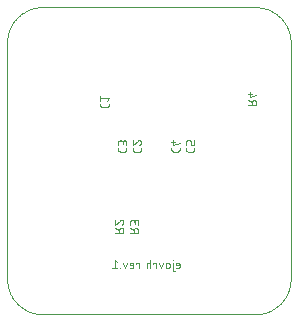
<source format=gbo>
G04 EAGLE Gerber RS-274X export*
G75*
%MOMM*%
%FSLAX35Y35*%
%LPD*%
%INsilk_bottom*%
%IPPOS*%
%AMOC8*
5,1,8,0,0,1.08239X$1,22.5*%
G01*
%ADD10C,0.010000*%
%ADD11C,0.050800*%


D10*
X2100000Y0D02*
X300000Y0D01*
X292751Y88D01*
X285506Y350D01*
X278270Y788D01*
X271046Y1401D01*
X263839Y2187D01*
X256653Y3148D01*
X249493Y4282D01*
X242362Y5589D01*
X235265Y7068D01*
X228205Y8717D01*
X221188Y10537D01*
X214216Y12526D01*
X207295Y14683D01*
X200428Y17006D01*
X193619Y19495D01*
X186872Y22148D01*
X180191Y24962D01*
X173580Y27938D01*
X167043Y31072D01*
X160583Y34363D01*
X154205Y37810D01*
X147912Y41409D01*
X141708Y45160D01*
X135596Y49059D01*
X129581Y53105D01*
X123664Y57295D01*
X117851Y61627D01*
X112144Y66098D01*
X106547Y70705D01*
X101063Y75447D01*
X95695Y80319D01*
X90447Y85320D01*
X85320Y90447D01*
X80319Y95695D01*
X75447Y101063D01*
X70705Y106547D01*
X66098Y112144D01*
X61627Y117851D01*
X57295Y123664D01*
X53105Y129581D01*
X49059Y135596D01*
X45160Y141708D01*
X41409Y147912D01*
X37810Y154205D01*
X34363Y160583D01*
X31072Y167043D01*
X27938Y173580D01*
X24962Y180191D01*
X22148Y186872D01*
X19495Y193619D01*
X17006Y200428D01*
X14683Y207295D01*
X12526Y214216D01*
X10537Y221188D01*
X8717Y228205D01*
X7068Y235265D01*
X5589Y242362D01*
X4282Y249493D01*
X3148Y256653D01*
X2187Y263839D01*
X1401Y271046D01*
X788Y278270D01*
X350Y285506D01*
X88Y292751D01*
X0Y300000D01*
X0Y2300000D01*
X88Y2307249D01*
X350Y2314494D01*
X788Y2321730D01*
X1401Y2328954D01*
X2187Y2336161D01*
X3148Y2343347D01*
X4282Y2350507D01*
X5589Y2357638D01*
X7068Y2364735D01*
X8717Y2371795D01*
X10537Y2378812D01*
X12526Y2385784D01*
X14683Y2392705D01*
X17006Y2399572D01*
X19495Y2406381D01*
X22148Y2413128D01*
X24962Y2419809D01*
X27938Y2426420D01*
X31072Y2432957D01*
X34363Y2439417D01*
X37810Y2445795D01*
X41409Y2452088D01*
X45160Y2458292D01*
X49059Y2464404D01*
X53105Y2470419D01*
X57295Y2476336D01*
X61627Y2482149D01*
X66098Y2487856D01*
X70705Y2493453D01*
X75447Y2498937D01*
X80319Y2504305D01*
X85320Y2509553D01*
X90447Y2514680D01*
X95695Y2519681D01*
X101063Y2524553D01*
X106547Y2529295D01*
X112144Y2533902D01*
X117851Y2538373D01*
X123664Y2542705D01*
X129581Y2546895D01*
X135596Y2550941D01*
X141708Y2554840D01*
X147912Y2558591D01*
X154205Y2562190D01*
X160583Y2565637D01*
X167043Y2568928D01*
X173580Y2572062D01*
X180191Y2575038D01*
X186872Y2577852D01*
X193619Y2580505D01*
X200428Y2582994D01*
X207295Y2585317D01*
X214216Y2587474D01*
X221188Y2589463D01*
X228205Y2591283D01*
X235265Y2592932D01*
X242362Y2594411D01*
X249493Y2595718D01*
X256653Y2596852D01*
X263839Y2597813D01*
X271046Y2598599D01*
X278270Y2599212D01*
X285506Y2599650D01*
X292751Y2599912D01*
X300000Y2600000D01*
X2100000Y2600000D01*
X2107249Y2599912D01*
X2114494Y2599650D01*
X2121730Y2599212D01*
X2128954Y2598599D01*
X2136161Y2597813D01*
X2143347Y2596852D01*
X2150507Y2595718D01*
X2157638Y2594411D01*
X2164735Y2592932D01*
X2171795Y2591283D01*
X2178812Y2589463D01*
X2185784Y2587474D01*
X2192705Y2585317D01*
X2199572Y2582994D01*
X2206381Y2580505D01*
X2213128Y2577852D01*
X2219809Y2575038D01*
X2226420Y2572062D01*
X2232957Y2568928D01*
X2239417Y2565637D01*
X2245795Y2562190D01*
X2252088Y2558591D01*
X2258292Y2554840D01*
X2264404Y2550941D01*
X2270419Y2546895D01*
X2276336Y2542705D01*
X2282149Y2538373D01*
X2287856Y2533902D01*
X2293453Y2529295D01*
X2298937Y2524553D01*
X2304305Y2519681D01*
X2309553Y2514680D01*
X2314680Y2509553D01*
X2319681Y2504305D01*
X2324553Y2498937D01*
X2329295Y2493453D01*
X2333902Y2487856D01*
X2338373Y2482149D01*
X2342705Y2476336D01*
X2346895Y2470419D01*
X2350941Y2464404D01*
X2354840Y2458292D01*
X2358591Y2452088D01*
X2362190Y2445795D01*
X2365637Y2439417D01*
X2368928Y2432957D01*
X2372062Y2426420D01*
X2375038Y2419809D01*
X2377852Y2413128D01*
X2380505Y2406381D01*
X2382994Y2399572D01*
X2385317Y2392705D01*
X2387474Y2385784D01*
X2389463Y2378812D01*
X2391283Y2371795D01*
X2392932Y2364735D01*
X2394411Y2357638D01*
X2395718Y2350507D01*
X2396852Y2343347D01*
X2397813Y2336161D01*
X2398599Y2328954D01*
X2399212Y2321730D01*
X2399650Y2314494D01*
X2399912Y2307249D01*
X2400000Y2300000D01*
X2400000Y300000D01*
X2399912Y292751D01*
X2399650Y285506D01*
X2399212Y278270D01*
X2398599Y271046D01*
X2397813Y263839D01*
X2396852Y256653D01*
X2395718Y249493D01*
X2394411Y242362D01*
X2392932Y235265D01*
X2391283Y228205D01*
X2389463Y221188D01*
X2387474Y214216D01*
X2385317Y207295D01*
X2382994Y200428D01*
X2380505Y193619D01*
X2377852Y186872D01*
X2375038Y180191D01*
X2372062Y173580D01*
X2368928Y167043D01*
X2365637Y160583D01*
X2362190Y154205D01*
X2358591Y147912D01*
X2354840Y141708D01*
X2350941Y135596D01*
X2346895Y129581D01*
X2342705Y123664D01*
X2338373Y117851D01*
X2333902Y112144D01*
X2329295Y106547D01*
X2324553Y101063D01*
X2319681Y95695D01*
X2314680Y90447D01*
X2309553Y85320D01*
X2304305Y80319D01*
X2298937Y75447D01*
X2293453Y70705D01*
X2287856Y66098D01*
X2282149Y61627D01*
X2276336Y57295D01*
X2270419Y53105D01*
X2264404Y49059D01*
X2258292Y45160D01*
X2252088Y41409D01*
X2245795Y37810D01*
X2239417Y34363D01*
X2232957Y31072D01*
X2226420Y27938D01*
X2219809Y24962D01*
X2213128Y22148D01*
X2206381Y19495D01*
X2199572Y17006D01*
X2192705Y14683D01*
X2185784Y12526D01*
X2178812Y10537D01*
X2171795Y8717D01*
X2164735Y7068D01*
X2157638Y5589D01*
X2150507Y4282D01*
X2143347Y3148D01*
X2136161Y2187D01*
X2128954Y1401D01*
X2121730Y788D01*
X2114494Y350D01*
X2107249Y88D01*
X2100000Y0D01*
D11*
X1448575Y390040D02*
X1429153Y390040D01*
X1448575Y390040D02*
X1448857Y390043D01*
X1449138Y390054D01*
X1449419Y390071D01*
X1449700Y390094D01*
X1449980Y390125D01*
X1450259Y390162D01*
X1450537Y390206D01*
X1450814Y390257D01*
X1451090Y390315D01*
X1451364Y390379D01*
X1451636Y390449D01*
X1451907Y390527D01*
X1452176Y390610D01*
X1452443Y390701D01*
X1452707Y390797D01*
X1452969Y390900D01*
X1453229Y391010D01*
X1453486Y391125D01*
X1453740Y391247D01*
X1453990Y391375D01*
X1454238Y391509D01*
X1454483Y391648D01*
X1454724Y391794D01*
X1454961Y391946D01*
X1455195Y392103D01*
X1455424Y392266D01*
X1455650Y392434D01*
X1455872Y392607D01*
X1456089Y392786D01*
X1456302Y392971D01*
X1456511Y393160D01*
X1456715Y393354D01*
X1456914Y393553D01*
X1457108Y393757D01*
X1457297Y393966D01*
X1457482Y394179D01*
X1457661Y394396D01*
X1457834Y394618D01*
X1458002Y394844D01*
X1458165Y395073D01*
X1458322Y395307D01*
X1458474Y395544D01*
X1458620Y395785D01*
X1458759Y396030D01*
X1458893Y396278D01*
X1459021Y396528D01*
X1459143Y396782D01*
X1459258Y397039D01*
X1459368Y397299D01*
X1459471Y397561D01*
X1459567Y397825D01*
X1459658Y398092D01*
X1459741Y398361D01*
X1459819Y398632D01*
X1459889Y398904D01*
X1459953Y399178D01*
X1460011Y399454D01*
X1460062Y399731D01*
X1460106Y400009D01*
X1460143Y400288D01*
X1460174Y400568D01*
X1460197Y400849D01*
X1460214Y401130D01*
X1460225Y401411D01*
X1460228Y401693D01*
X1460228Y421115D01*
X1460229Y421115D02*
X1460224Y421493D01*
X1460211Y421872D01*
X1460188Y422249D01*
X1460155Y422626D01*
X1460114Y423002D01*
X1460063Y423377D01*
X1460004Y423751D01*
X1459935Y424123D01*
X1459857Y424493D01*
X1459771Y424862D01*
X1459675Y425228D01*
X1459570Y425591D01*
X1459457Y425952D01*
X1459335Y426311D01*
X1459204Y426666D01*
X1459064Y427017D01*
X1458916Y427366D01*
X1458760Y427710D01*
X1458595Y428051D01*
X1458422Y428387D01*
X1458241Y428720D01*
X1458052Y429047D01*
X1457855Y429370D01*
X1457650Y429688D01*
X1457437Y430001D01*
X1457217Y430309D01*
X1456989Y430611D01*
X1456754Y430908D01*
X1456512Y431199D01*
X1456263Y431484D01*
X1456007Y431763D01*
X1455745Y432035D01*
X1455476Y432301D01*
X1455200Y432560D01*
X1454918Y432813D01*
X1454630Y433058D01*
X1454336Y433297D01*
X1454037Y433528D01*
X1453732Y433752D01*
X1453422Y433968D01*
X1453106Y434177D01*
X1452785Y434378D01*
X1452460Y434571D01*
X1452130Y434756D01*
X1451796Y434934D01*
X1451457Y435103D01*
X1451114Y435263D01*
X1450768Y435415D01*
X1450418Y435559D01*
X1450065Y435694D01*
X1449708Y435821D01*
X1449348Y435939D01*
X1448986Y436048D01*
X1448621Y436148D01*
X1448254Y436239D01*
X1447885Y436321D01*
X1447513Y436395D01*
X1447140Y436459D01*
X1446766Y436514D01*
X1446390Y436560D01*
X1446014Y436597D01*
X1445636Y436624D01*
X1445258Y436643D01*
X1444880Y436652D01*
X1444502Y436652D01*
X1444124Y436643D01*
X1443746Y436624D01*
X1443368Y436597D01*
X1442992Y436560D01*
X1442616Y436514D01*
X1442242Y436459D01*
X1441869Y436395D01*
X1441497Y436321D01*
X1441128Y436239D01*
X1440761Y436148D01*
X1440396Y436048D01*
X1440034Y435939D01*
X1439674Y435821D01*
X1439317Y435694D01*
X1438964Y435559D01*
X1438614Y435415D01*
X1438268Y435263D01*
X1437925Y435103D01*
X1437586Y434934D01*
X1437252Y434756D01*
X1436922Y434571D01*
X1436597Y434378D01*
X1436276Y434177D01*
X1435960Y433968D01*
X1435650Y433752D01*
X1435345Y433528D01*
X1435046Y433297D01*
X1434752Y433058D01*
X1434464Y432813D01*
X1434182Y432560D01*
X1433906Y432301D01*
X1433637Y432035D01*
X1433375Y431763D01*
X1433119Y431484D01*
X1432870Y431199D01*
X1432628Y430908D01*
X1432393Y430611D01*
X1432165Y430309D01*
X1431945Y430001D01*
X1431732Y429688D01*
X1431527Y429370D01*
X1431330Y429047D01*
X1431141Y428720D01*
X1430960Y428387D01*
X1430787Y428051D01*
X1430622Y427710D01*
X1430466Y427366D01*
X1430318Y427017D01*
X1430178Y426666D01*
X1430047Y426311D01*
X1429925Y425952D01*
X1429812Y425591D01*
X1429707Y425228D01*
X1429611Y424862D01*
X1429525Y424493D01*
X1429447Y424123D01*
X1429378Y423751D01*
X1429319Y423377D01*
X1429268Y423002D01*
X1429227Y422626D01*
X1429194Y422249D01*
X1429171Y421872D01*
X1429158Y421493D01*
X1429153Y421115D01*
X1429153Y413347D01*
X1460228Y413347D01*
X1403018Y436653D02*
X1403018Y378387D01*
X1403022Y378101D01*
X1403032Y377815D01*
X1403050Y377530D01*
X1403074Y377245D01*
X1403106Y376960D01*
X1403144Y376677D01*
X1403190Y376395D01*
X1403242Y376113D01*
X1403301Y375834D01*
X1403367Y375555D01*
X1403440Y375279D01*
X1403520Y375004D01*
X1403606Y374731D01*
X1403699Y374461D01*
X1403799Y374193D01*
X1403905Y373927D01*
X1404018Y373664D01*
X1404137Y373404D01*
X1404262Y373147D01*
X1404394Y372894D01*
X1404532Y372643D01*
X1404676Y372396D01*
X1404826Y372152D01*
X1404982Y371913D01*
X1405144Y371677D01*
X1405311Y371445D01*
X1405484Y371217D01*
X1405663Y370994D01*
X1405847Y370775D01*
X1406037Y370561D01*
X1406231Y370351D01*
X1406431Y370147D01*
X1406636Y369947D01*
X1406845Y369752D01*
X1407060Y369563D01*
X1407279Y369379D01*
X1407502Y369200D01*
X1407729Y369027D01*
X1407961Y368859D01*
X1408197Y368697D01*
X1408437Y368541D01*
X1408680Y368391D01*
X1408927Y368247D01*
X1409178Y368109D01*
X1409432Y367978D01*
X1409689Y367852D01*
X1409949Y367733D01*
X1410212Y367620D01*
X1410477Y367514D01*
X1410745Y367414D01*
X1411016Y367321D01*
X1411289Y367235D01*
X1411563Y367155D01*
X1411840Y367082D01*
X1412118Y367016D01*
X1412398Y366957D01*
X1412679Y366905D01*
X1412961Y366859D01*
X1413245Y366821D01*
X1413529Y366789D01*
X1413814Y366765D01*
X1414100Y366747D01*
X1414385Y366737D01*
X1414671Y366733D01*
X1414672Y366733D02*
X1418556Y366733D01*
X1404961Y456075D02*
X1404961Y459960D01*
X1401076Y459960D01*
X1401076Y456075D01*
X1404961Y456075D01*
X1374729Y421115D02*
X1374729Y405578D01*
X1374729Y421115D02*
X1374724Y421493D01*
X1374711Y421872D01*
X1374688Y422249D01*
X1374655Y422626D01*
X1374614Y423002D01*
X1374563Y423377D01*
X1374504Y423751D01*
X1374435Y424123D01*
X1374357Y424493D01*
X1374271Y424862D01*
X1374175Y425228D01*
X1374070Y425591D01*
X1373957Y425952D01*
X1373835Y426311D01*
X1373704Y426666D01*
X1373564Y427017D01*
X1373416Y427366D01*
X1373260Y427710D01*
X1373095Y428051D01*
X1372922Y428387D01*
X1372741Y428720D01*
X1372552Y429047D01*
X1372355Y429370D01*
X1372150Y429688D01*
X1371937Y430001D01*
X1371717Y430309D01*
X1371489Y430611D01*
X1371254Y430908D01*
X1371012Y431199D01*
X1370763Y431484D01*
X1370507Y431763D01*
X1370245Y432035D01*
X1369976Y432301D01*
X1369700Y432560D01*
X1369418Y432813D01*
X1369130Y433058D01*
X1368836Y433297D01*
X1368537Y433528D01*
X1368232Y433752D01*
X1367922Y433968D01*
X1367606Y434177D01*
X1367285Y434378D01*
X1366960Y434571D01*
X1366630Y434756D01*
X1366296Y434934D01*
X1365957Y435103D01*
X1365614Y435263D01*
X1365268Y435415D01*
X1364918Y435559D01*
X1364565Y435694D01*
X1364208Y435821D01*
X1363848Y435939D01*
X1363486Y436048D01*
X1363121Y436148D01*
X1362754Y436239D01*
X1362385Y436321D01*
X1362013Y436395D01*
X1361640Y436459D01*
X1361266Y436514D01*
X1360890Y436560D01*
X1360514Y436597D01*
X1360136Y436624D01*
X1359758Y436643D01*
X1359380Y436652D01*
X1359002Y436652D01*
X1358624Y436643D01*
X1358246Y436624D01*
X1357868Y436597D01*
X1357492Y436560D01*
X1357116Y436514D01*
X1356742Y436459D01*
X1356369Y436395D01*
X1355997Y436321D01*
X1355628Y436239D01*
X1355261Y436148D01*
X1354896Y436048D01*
X1354534Y435939D01*
X1354174Y435821D01*
X1353817Y435694D01*
X1353464Y435559D01*
X1353114Y435415D01*
X1352768Y435263D01*
X1352425Y435103D01*
X1352086Y434934D01*
X1351752Y434756D01*
X1351422Y434571D01*
X1351097Y434378D01*
X1350776Y434177D01*
X1350460Y433968D01*
X1350150Y433752D01*
X1349845Y433528D01*
X1349546Y433297D01*
X1349252Y433058D01*
X1348964Y432813D01*
X1348682Y432560D01*
X1348406Y432301D01*
X1348137Y432035D01*
X1347875Y431763D01*
X1347619Y431484D01*
X1347370Y431199D01*
X1347128Y430908D01*
X1346893Y430611D01*
X1346665Y430309D01*
X1346445Y430001D01*
X1346232Y429688D01*
X1346027Y429370D01*
X1345830Y429047D01*
X1345641Y428720D01*
X1345460Y428387D01*
X1345287Y428051D01*
X1345122Y427710D01*
X1344966Y427366D01*
X1344818Y427017D01*
X1344678Y426666D01*
X1344547Y426311D01*
X1344425Y425952D01*
X1344312Y425591D01*
X1344207Y425228D01*
X1344111Y424862D01*
X1344025Y424493D01*
X1343947Y424123D01*
X1343878Y423751D01*
X1343819Y423377D01*
X1343768Y423002D01*
X1343727Y422626D01*
X1343694Y422249D01*
X1343671Y421872D01*
X1343658Y421493D01*
X1343653Y421115D01*
X1343653Y405578D01*
X1343658Y405200D01*
X1343671Y404821D01*
X1343694Y404444D01*
X1343727Y404067D01*
X1343768Y403691D01*
X1343819Y403316D01*
X1343878Y402942D01*
X1343947Y402570D01*
X1344025Y402200D01*
X1344111Y401831D01*
X1344207Y401465D01*
X1344312Y401102D01*
X1344425Y400741D01*
X1344547Y400382D01*
X1344678Y400027D01*
X1344818Y399676D01*
X1344966Y399327D01*
X1345122Y398983D01*
X1345287Y398642D01*
X1345460Y398306D01*
X1345641Y397973D01*
X1345830Y397646D01*
X1346027Y397323D01*
X1346232Y397005D01*
X1346445Y396692D01*
X1346665Y396384D01*
X1346893Y396082D01*
X1347128Y395785D01*
X1347370Y395494D01*
X1347619Y395209D01*
X1347875Y394930D01*
X1348137Y394658D01*
X1348406Y394392D01*
X1348682Y394133D01*
X1348964Y393880D01*
X1349252Y393635D01*
X1349546Y393396D01*
X1349845Y393165D01*
X1350150Y392941D01*
X1350460Y392725D01*
X1350776Y392516D01*
X1351097Y392315D01*
X1351422Y392122D01*
X1351752Y391937D01*
X1352086Y391759D01*
X1352425Y391590D01*
X1352768Y391430D01*
X1353114Y391278D01*
X1353464Y391134D01*
X1353817Y390999D01*
X1354174Y390872D01*
X1354534Y390754D01*
X1354896Y390645D01*
X1355261Y390545D01*
X1355628Y390454D01*
X1355997Y390372D01*
X1356369Y390298D01*
X1356742Y390234D01*
X1357116Y390179D01*
X1357492Y390133D01*
X1357868Y390096D01*
X1358246Y390069D01*
X1358624Y390050D01*
X1359002Y390041D01*
X1359380Y390041D01*
X1359758Y390050D01*
X1360136Y390069D01*
X1360514Y390096D01*
X1360890Y390133D01*
X1361266Y390179D01*
X1361640Y390234D01*
X1362013Y390298D01*
X1362385Y390372D01*
X1362754Y390454D01*
X1363121Y390545D01*
X1363486Y390645D01*
X1363848Y390754D01*
X1364208Y390872D01*
X1364565Y390999D01*
X1364918Y391134D01*
X1365268Y391278D01*
X1365614Y391430D01*
X1365957Y391590D01*
X1366296Y391759D01*
X1366630Y391937D01*
X1366960Y392122D01*
X1367285Y392315D01*
X1367606Y392516D01*
X1367922Y392725D01*
X1368232Y392941D01*
X1368537Y393165D01*
X1368836Y393396D01*
X1369130Y393635D01*
X1369418Y393880D01*
X1369700Y394133D01*
X1369976Y394392D01*
X1370245Y394658D01*
X1370507Y394930D01*
X1370763Y395209D01*
X1371012Y395494D01*
X1371254Y395785D01*
X1371489Y396082D01*
X1371717Y396384D01*
X1371937Y396692D01*
X1372150Y397005D01*
X1372355Y397323D01*
X1372552Y397646D01*
X1372741Y397973D01*
X1372922Y398306D01*
X1373095Y398642D01*
X1373260Y398983D01*
X1373416Y399327D01*
X1373564Y399676D01*
X1373704Y400027D01*
X1373835Y400382D01*
X1373957Y400741D01*
X1374070Y401102D01*
X1374175Y401465D01*
X1374271Y401831D01*
X1374357Y402200D01*
X1374435Y402570D01*
X1374504Y402942D01*
X1374563Y403316D01*
X1374614Y403691D01*
X1374655Y404067D01*
X1374688Y404444D01*
X1374711Y404821D01*
X1374724Y405200D01*
X1374729Y405578D01*
X1318479Y436653D02*
X1302942Y390040D01*
X1287404Y436653D01*
X1259617Y436653D02*
X1259617Y390040D01*
X1259617Y436653D02*
X1236311Y436653D01*
X1236311Y428884D01*
X1212730Y459960D02*
X1212730Y390040D01*
X1212730Y436653D02*
X1193308Y436653D01*
X1193026Y436650D01*
X1192745Y436639D01*
X1192464Y436622D01*
X1192183Y436599D01*
X1191903Y436568D01*
X1191624Y436531D01*
X1191346Y436487D01*
X1191069Y436436D01*
X1190793Y436378D01*
X1190519Y436314D01*
X1190247Y436244D01*
X1189976Y436166D01*
X1189707Y436083D01*
X1189440Y435992D01*
X1189176Y435896D01*
X1188914Y435793D01*
X1188654Y435683D01*
X1188397Y435568D01*
X1188143Y435446D01*
X1187893Y435318D01*
X1187645Y435184D01*
X1187400Y435045D01*
X1187159Y434899D01*
X1186922Y434747D01*
X1186688Y434590D01*
X1186459Y434427D01*
X1186233Y434259D01*
X1186011Y434086D01*
X1185794Y433907D01*
X1185581Y433722D01*
X1185372Y433533D01*
X1185168Y433339D01*
X1184969Y433140D01*
X1184775Y432936D01*
X1184586Y432727D01*
X1184401Y432514D01*
X1184222Y432297D01*
X1184049Y432075D01*
X1183881Y431849D01*
X1183718Y431620D01*
X1183561Y431386D01*
X1183409Y431149D01*
X1183263Y430908D01*
X1183124Y430663D01*
X1182990Y430415D01*
X1182862Y430165D01*
X1182740Y429911D01*
X1182625Y429654D01*
X1182515Y429394D01*
X1182412Y429132D01*
X1182316Y428868D01*
X1182225Y428601D01*
X1182142Y428332D01*
X1182064Y428061D01*
X1181994Y427789D01*
X1181930Y427515D01*
X1181872Y427239D01*
X1181821Y426962D01*
X1181777Y426684D01*
X1181740Y426405D01*
X1181709Y426125D01*
X1181686Y425844D01*
X1181669Y425563D01*
X1181658Y425282D01*
X1181655Y425000D01*
X1181654Y425000D02*
X1181654Y390040D01*
X1113368Y390040D02*
X1113368Y436653D01*
X1090062Y436653D01*
X1090062Y428884D01*
X1057078Y390040D02*
X1037655Y390040D01*
X1057078Y390040D02*
X1057360Y390043D01*
X1057641Y390054D01*
X1057922Y390071D01*
X1058203Y390094D01*
X1058483Y390125D01*
X1058762Y390162D01*
X1059040Y390206D01*
X1059317Y390257D01*
X1059593Y390315D01*
X1059867Y390379D01*
X1060139Y390449D01*
X1060410Y390527D01*
X1060679Y390610D01*
X1060946Y390701D01*
X1061210Y390797D01*
X1061472Y390900D01*
X1061732Y391010D01*
X1061989Y391125D01*
X1062243Y391247D01*
X1062493Y391375D01*
X1062741Y391509D01*
X1062986Y391648D01*
X1063227Y391794D01*
X1063464Y391946D01*
X1063698Y392103D01*
X1063927Y392266D01*
X1064153Y392434D01*
X1064375Y392607D01*
X1064592Y392786D01*
X1064805Y392971D01*
X1065014Y393160D01*
X1065218Y393354D01*
X1065417Y393553D01*
X1065611Y393757D01*
X1065800Y393966D01*
X1065985Y394179D01*
X1066164Y394396D01*
X1066337Y394618D01*
X1066505Y394844D01*
X1066668Y395073D01*
X1066825Y395307D01*
X1066977Y395544D01*
X1067123Y395785D01*
X1067262Y396030D01*
X1067396Y396278D01*
X1067524Y396528D01*
X1067646Y396782D01*
X1067761Y397039D01*
X1067871Y397299D01*
X1067974Y397561D01*
X1068070Y397825D01*
X1068161Y398092D01*
X1068244Y398361D01*
X1068322Y398632D01*
X1068392Y398904D01*
X1068456Y399178D01*
X1068514Y399454D01*
X1068565Y399731D01*
X1068609Y400009D01*
X1068646Y400288D01*
X1068677Y400568D01*
X1068700Y400849D01*
X1068717Y401130D01*
X1068728Y401411D01*
X1068731Y401693D01*
X1068731Y421115D01*
X1068726Y421493D01*
X1068713Y421872D01*
X1068690Y422249D01*
X1068657Y422626D01*
X1068616Y423002D01*
X1068565Y423377D01*
X1068506Y423751D01*
X1068437Y424123D01*
X1068359Y424493D01*
X1068273Y424862D01*
X1068177Y425228D01*
X1068072Y425591D01*
X1067959Y425952D01*
X1067837Y426311D01*
X1067706Y426666D01*
X1067566Y427017D01*
X1067418Y427366D01*
X1067262Y427710D01*
X1067097Y428051D01*
X1066924Y428387D01*
X1066743Y428720D01*
X1066554Y429047D01*
X1066357Y429370D01*
X1066152Y429688D01*
X1065939Y430001D01*
X1065719Y430309D01*
X1065491Y430611D01*
X1065256Y430908D01*
X1065014Y431199D01*
X1064765Y431484D01*
X1064509Y431763D01*
X1064247Y432035D01*
X1063978Y432301D01*
X1063702Y432560D01*
X1063420Y432813D01*
X1063132Y433058D01*
X1062838Y433297D01*
X1062539Y433528D01*
X1062234Y433752D01*
X1061924Y433968D01*
X1061608Y434177D01*
X1061287Y434378D01*
X1060962Y434571D01*
X1060632Y434756D01*
X1060298Y434934D01*
X1059959Y435103D01*
X1059616Y435263D01*
X1059270Y435415D01*
X1058920Y435559D01*
X1058567Y435694D01*
X1058210Y435821D01*
X1057850Y435939D01*
X1057488Y436048D01*
X1057123Y436148D01*
X1056756Y436239D01*
X1056387Y436321D01*
X1056015Y436395D01*
X1055642Y436459D01*
X1055268Y436514D01*
X1054892Y436560D01*
X1054516Y436597D01*
X1054138Y436624D01*
X1053760Y436643D01*
X1053382Y436652D01*
X1053004Y436652D01*
X1052626Y436643D01*
X1052248Y436624D01*
X1051870Y436597D01*
X1051494Y436560D01*
X1051118Y436514D01*
X1050744Y436459D01*
X1050371Y436395D01*
X1049999Y436321D01*
X1049630Y436239D01*
X1049263Y436148D01*
X1048898Y436048D01*
X1048536Y435939D01*
X1048176Y435821D01*
X1047819Y435694D01*
X1047466Y435559D01*
X1047116Y435415D01*
X1046770Y435263D01*
X1046427Y435103D01*
X1046088Y434934D01*
X1045754Y434756D01*
X1045424Y434571D01*
X1045099Y434378D01*
X1044778Y434177D01*
X1044462Y433968D01*
X1044152Y433752D01*
X1043847Y433528D01*
X1043548Y433297D01*
X1043254Y433058D01*
X1042966Y432813D01*
X1042684Y432560D01*
X1042408Y432301D01*
X1042139Y432035D01*
X1041877Y431763D01*
X1041621Y431484D01*
X1041372Y431199D01*
X1041130Y430908D01*
X1040895Y430611D01*
X1040667Y430309D01*
X1040447Y430001D01*
X1040234Y429688D01*
X1040029Y429370D01*
X1039832Y429047D01*
X1039643Y428720D01*
X1039462Y428387D01*
X1039289Y428051D01*
X1039124Y427710D01*
X1038968Y427366D01*
X1038820Y427017D01*
X1038680Y426666D01*
X1038549Y426311D01*
X1038427Y425952D01*
X1038314Y425591D01*
X1038209Y425228D01*
X1038113Y424862D01*
X1038027Y424493D01*
X1037949Y424123D01*
X1037880Y423751D01*
X1037821Y423377D01*
X1037770Y423002D01*
X1037729Y422626D01*
X1037696Y422249D01*
X1037673Y421872D01*
X1037660Y421493D01*
X1037655Y421115D01*
X1037655Y413347D01*
X1068731Y413347D01*
X1012481Y436653D02*
X996943Y390040D01*
X981406Y436653D01*
X958386Y393924D02*
X958386Y390040D01*
X958386Y393924D02*
X954501Y393924D01*
X954501Y390040D01*
X958386Y390040D01*
X928616Y444422D02*
X909193Y459960D01*
X909193Y390040D01*
X889771Y390040D02*
X928616Y390040D01*
X915040Y691517D02*
X984960Y691517D01*
X984960Y710939D01*
X984961Y710939D02*
X984955Y711412D01*
X984938Y711885D01*
X984909Y712357D01*
X984869Y712828D01*
X984817Y713298D01*
X984754Y713767D01*
X984679Y714234D01*
X984594Y714699D01*
X984496Y715162D01*
X984388Y715623D01*
X984268Y716080D01*
X984137Y716535D01*
X983996Y716986D01*
X983843Y717434D01*
X983679Y717877D01*
X983505Y718317D01*
X983320Y718753D01*
X983125Y719183D01*
X982919Y719609D01*
X982702Y720030D01*
X982476Y720445D01*
X982239Y720855D01*
X981993Y721258D01*
X981737Y721656D01*
X981471Y722047D01*
X981196Y722432D01*
X980911Y722810D01*
X980618Y723181D01*
X980315Y723544D01*
X980004Y723900D01*
X979684Y724249D01*
X979355Y724589D01*
X979019Y724922D01*
X978675Y725246D01*
X978322Y725561D01*
X977962Y725868D01*
X977595Y726167D01*
X977221Y726456D01*
X976839Y726736D01*
X976451Y727006D01*
X976057Y727267D01*
X975656Y727518D01*
X975250Y727760D01*
X974837Y727991D01*
X974419Y728213D01*
X973996Y728424D01*
X973567Y728625D01*
X973134Y728815D01*
X972697Y728995D01*
X972255Y729164D01*
X971809Y729322D01*
X971360Y729469D01*
X970907Y729605D01*
X970451Y729730D01*
X969992Y729844D01*
X969530Y729947D01*
X969066Y730039D01*
X968600Y730119D01*
X968132Y730188D01*
X967662Y730245D01*
X967192Y730291D01*
X966720Y730326D01*
X966247Y730349D01*
X965775Y730361D01*
X965301Y730361D01*
X964829Y730349D01*
X964356Y730326D01*
X963884Y730291D01*
X963414Y730245D01*
X962944Y730188D01*
X962476Y730119D01*
X962010Y730039D01*
X961546Y729947D01*
X961084Y729844D01*
X960625Y729730D01*
X960169Y729605D01*
X959716Y729469D01*
X959267Y729322D01*
X958821Y729164D01*
X958379Y728995D01*
X957942Y728815D01*
X957509Y728625D01*
X957080Y728424D01*
X956657Y728213D01*
X956239Y727991D01*
X955827Y727760D01*
X955420Y727518D01*
X955019Y727267D01*
X954625Y727006D01*
X954237Y726736D01*
X953855Y726456D01*
X953481Y726167D01*
X953114Y725868D01*
X952754Y725561D01*
X952401Y725246D01*
X952057Y724922D01*
X951721Y724589D01*
X951392Y724249D01*
X951072Y723900D01*
X950761Y723544D01*
X950458Y723181D01*
X950165Y722810D01*
X949880Y722432D01*
X949605Y722047D01*
X949339Y721656D01*
X949083Y721258D01*
X948837Y720855D01*
X948600Y720445D01*
X948374Y720030D01*
X948157Y719609D01*
X947951Y719183D01*
X947756Y718753D01*
X947571Y718317D01*
X947397Y717877D01*
X947233Y717434D01*
X947080Y716986D01*
X946939Y716535D01*
X946808Y716080D01*
X946688Y715623D01*
X946580Y715162D01*
X946482Y714699D01*
X946397Y714234D01*
X946322Y713767D01*
X946259Y713298D01*
X946207Y712828D01*
X946167Y712357D01*
X946138Y711885D01*
X946121Y711412D01*
X946115Y710939D01*
X946115Y691517D01*
X946115Y714824D02*
X915040Y730362D01*
X967480Y797460D02*
X967902Y797455D01*
X968325Y797440D01*
X968746Y797414D01*
X969167Y797378D01*
X969587Y797333D01*
X970006Y797277D01*
X970423Y797210D01*
X970838Y797134D01*
X971252Y797048D01*
X971663Y796952D01*
X972072Y796846D01*
X972478Y796730D01*
X972882Y796604D01*
X973282Y796469D01*
X973678Y796324D01*
X974072Y796170D01*
X974461Y796006D01*
X974846Y795832D01*
X975227Y795650D01*
X975603Y795458D01*
X975975Y795257D01*
X976342Y795047D01*
X976703Y794829D01*
X977059Y794601D01*
X977410Y794366D01*
X977754Y794122D01*
X978093Y793869D01*
X978426Y793609D01*
X978752Y793340D01*
X979071Y793064D01*
X979384Y792780D01*
X979690Y792489D01*
X979989Y792190D01*
X980280Y791884D01*
X980564Y791571D01*
X980840Y791252D01*
X981109Y790926D01*
X981369Y790593D01*
X981622Y790254D01*
X981866Y789910D01*
X982101Y789559D01*
X982329Y789203D01*
X982547Y788842D01*
X982757Y788475D01*
X982958Y788103D01*
X983150Y787727D01*
X983332Y787346D01*
X983506Y786961D01*
X983670Y786572D01*
X983824Y786178D01*
X983969Y785782D01*
X984104Y785382D01*
X984230Y784978D01*
X984346Y784572D01*
X984452Y784163D01*
X984548Y783752D01*
X984634Y783338D01*
X984710Y782923D01*
X984777Y782506D01*
X984833Y782087D01*
X984878Y781667D01*
X984914Y781246D01*
X984940Y780825D01*
X984955Y780402D01*
X984960Y779980D01*
X984953Y779437D01*
X984934Y778894D01*
X984901Y778352D01*
X984855Y777811D01*
X984796Y777271D01*
X984724Y776733D01*
X984639Y776196D01*
X984541Y775662D01*
X984430Y775130D01*
X984306Y774602D01*
X984170Y774076D01*
X984021Y773554D01*
X983859Y773035D01*
X983685Y772521D01*
X983498Y772011D01*
X983300Y771505D01*
X983089Y771005D01*
X982866Y770510D01*
X982631Y770020D01*
X982384Y769536D01*
X982125Y769059D01*
X981856Y768587D01*
X981574Y768123D01*
X981282Y767665D01*
X980979Y767214D01*
X980665Y766771D01*
X980340Y766336D01*
X980005Y765909D01*
X979659Y765490D01*
X979304Y765079D01*
X978939Y764677D01*
X978564Y764284D01*
X978180Y763900D01*
X977786Y763526D01*
X977384Y763161D01*
X976973Y762806D01*
X976553Y762461D01*
X976126Y762127D01*
X975690Y761802D01*
X975246Y761489D01*
X974796Y761186D01*
X974337Y760894D01*
X973872Y760614D01*
X973401Y760344D01*
X972923Y760087D01*
X972439Y759841D01*
X971949Y759606D01*
X971453Y759384D01*
X970953Y759173D01*
X970447Y758975D01*
X969937Y758789D01*
X969422Y758615D01*
X953885Y791633D02*
X954206Y791963D01*
X954536Y792285D01*
X954874Y792598D01*
X955219Y792903D01*
X955572Y793200D01*
X955931Y793488D01*
X956298Y793767D01*
X956671Y794036D01*
X957051Y794297D01*
X957437Y794548D01*
X957830Y794790D01*
X958228Y795022D01*
X958631Y795244D01*
X959040Y795456D01*
X959454Y795658D01*
X959873Y795850D01*
X960297Y796031D01*
X960724Y796202D01*
X961156Y796363D01*
X961592Y796513D01*
X962031Y796652D01*
X962474Y796780D01*
X962919Y796898D01*
X963367Y797004D01*
X963818Y797099D01*
X964271Y797184D01*
X964726Y797257D01*
X965182Y797319D01*
X965640Y797370D01*
X966099Y797409D01*
X966559Y797437D01*
X967019Y797454D01*
X967480Y797460D01*
X953884Y791633D02*
X915040Y758616D01*
X915040Y797460D01*
X1040040Y691517D02*
X1109960Y691517D01*
X1109960Y710939D01*
X1109961Y710939D02*
X1109955Y711412D01*
X1109938Y711885D01*
X1109909Y712357D01*
X1109869Y712828D01*
X1109817Y713298D01*
X1109754Y713767D01*
X1109679Y714234D01*
X1109594Y714699D01*
X1109496Y715162D01*
X1109388Y715623D01*
X1109268Y716080D01*
X1109137Y716535D01*
X1108996Y716986D01*
X1108843Y717434D01*
X1108679Y717877D01*
X1108505Y718317D01*
X1108320Y718753D01*
X1108125Y719183D01*
X1107919Y719609D01*
X1107702Y720030D01*
X1107476Y720445D01*
X1107239Y720855D01*
X1106993Y721258D01*
X1106737Y721656D01*
X1106471Y722047D01*
X1106196Y722432D01*
X1105911Y722810D01*
X1105618Y723181D01*
X1105315Y723544D01*
X1105004Y723900D01*
X1104684Y724249D01*
X1104355Y724589D01*
X1104019Y724922D01*
X1103675Y725246D01*
X1103322Y725561D01*
X1102962Y725868D01*
X1102595Y726167D01*
X1102221Y726456D01*
X1101839Y726736D01*
X1101451Y727006D01*
X1101057Y727267D01*
X1100656Y727518D01*
X1100250Y727760D01*
X1099837Y727991D01*
X1099419Y728213D01*
X1098996Y728424D01*
X1098567Y728625D01*
X1098134Y728815D01*
X1097697Y728995D01*
X1097255Y729164D01*
X1096809Y729322D01*
X1096360Y729469D01*
X1095907Y729605D01*
X1095451Y729730D01*
X1094992Y729844D01*
X1094530Y729947D01*
X1094066Y730039D01*
X1093600Y730119D01*
X1093132Y730188D01*
X1092662Y730245D01*
X1092192Y730291D01*
X1091720Y730326D01*
X1091247Y730349D01*
X1090775Y730361D01*
X1090301Y730361D01*
X1089829Y730349D01*
X1089356Y730326D01*
X1088884Y730291D01*
X1088414Y730245D01*
X1087944Y730188D01*
X1087476Y730119D01*
X1087010Y730039D01*
X1086546Y729947D01*
X1086084Y729844D01*
X1085625Y729730D01*
X1085169Y729605D01*
X1084716Y729469D01*
X1084267Y729322D01*
X1083821Y729164D01*
X1083379Y728995D01*
X1082942Y728815D01*
X1082509Y728625D01*
X1082080Y728424D01*
X1081657Y728213D01*
X1081239Y727991D01*
X1080827Y727760D01*
X1080420Y727518D01*
X1080019Y727267D01*
X1079625Y727006D01*
X1079237Y726736D01*
X1078855Y726456D01*
X1078481Y726167D01*
X1078114Y725868D01*
X1077754Y725561D01*
X1077401Y725246D01*
X1077057Y724922D01*
X1076721Y724589D01*
X1076392Y724249D01*
X1076072Y723900D01*
X1075761Y723544D01*
X1075458Y723181D01*
X1075165Y722810D01*
X1074880Y722432D01*
X1074605Y722047D01*
X1074339Y721656D01*
X1074083Y721258D01*
X1073837Y720855D01*
X1073600Y720445D01*
X1073374Y720030D01*
X1073157Y719609D01*
X1072951Y719183D01*
X1072756Y718753D01*
X1072571Y718317D01*
X1072397Y717877D01*
X1072233Y717434D01*
X1072080Y716986D01*
X1071939Y716535D01*
X1071808Y716080D01*
X1071688Y715623D01*
X1071580Y715162D01*
X1071482Y714699D01*
X1071397Y714234D01*
X1071322Y713767D01*
X1071259Y713298D01*
X1071207Y712828D01*
X1071167Y712357D01*
X1071138Y711885D01*
X1071121Y711412D01*
X1071115Y710939D01*
X1071115Y691517D01*
X1071115Y714824D02*
X1040040Y730362D01*
X1040040Y758616D02*
X1040040Y778038D01*
X1040046Y778511D01*
X1040063Y778984D01*
X1040092Y779456D01*
X1040132Y779927D01*
X1040184Y780397D01*
X1040247Y780866D01*
X1040322Y781333D01*
X1040407Y781798D01*
X1040505Y782261D01*
X1040613Y782721D01*
X1040733Y783179D01*
X1040863Y783633D01*
X1041005Y784085D01*
X1041158Y784532D01*
X1041322Y784976D01*
X1041496Y785416D01*
X1041681Y785851D01*
X1041876Y786282D01*
X1042082Y786708D01*
X1042299Y787128D01*
X1042525Y787543D01*
X1042762Y787953D01*
X1043008Y788357D01*
X1043264Y788754D01*
X1043530Y789146D01*
X1043805Y789530D01*
X1044090Y789908D01*
X1044383Y790279D01*
X1044686Y790643D01*
X1044997Y790999D01*
X1045317Y791347D01*
X1045645Y791688D01*
X1045982Y792020D01*
X1046326Y792344D01*
X1046678Y792660D01*
X1047038Y792967D01*
X1047405Y793265D01*
X1047780Y793554D01*
X1048161Y793834D01*
X1048549Y794104D01*
X1048944Y794365D01*
X1049344Y794616D01*
X1049751Y794858D01*
X1050163Y795089D01*
X1050581Y795311D01*
X1051005Y795522D01*
X1051433Y795723D01*
X1051866Y795913D01*
X1052303Y796093D01*
X1052745Y796262D01*
X1053191Y796420D01*
X1053640Y796567D01*
X1054093Y796703D01*
X1054550Y796828D01*
X1055009Y796943D01*
X1055470Y797045D01*
X1055934Y797137D01*
X1056400Y797217D01*
X1056868Y797286D01*
X1057338Y797343D01*
X1057809Y797389D01*
X1058280Y797424D01*
X1058753Y797447D01*
X1059226Y797459D01*
X1059698Y797459D01*
X1060171Y797447D01*
X1060644Y797424D01*
X1061115Y797389D01*
X1061586Y797343D01*
X1062056Y797286D01*
X1062524Y797217D01*
X1062990Y797137D01*
X1063454Y797045D01*
X1063915Y796943D01*
X1064374Y796828D01*
X1064831Y796703D01*
X1065284Y796567D01*
X1065733Y796420D01*
X1066179Y796262D01*
X1066621Y796093D01*
X1067058Y795913D01*
X1067491Y795723D01*
X1067919Y795522D01*
X1068343Y795311D01*
X1068761Y795089D01*
X1069173Y794858D01*
X1069580Y794616D01*
X1069980Y794365D01*
X1070375Y794104D01*
X1070763Y793834D01*
X1071144Y793554D01*
X1071519Y793265D01*
X1071886Y792967D01*
X1072246Y792660D01*
X1072598Y792344D01*
X1072942Y792020D01*
X1073279Y791688D01*
X1073607Y791347D01*
X1073927Y790999D01*
X1074238Y790643D01*
X1074541Y790279D01*
X1074834Y789908D01*
X1075119Y789530D01*
X1075394Y789146D01*
X1075660Y788754D01*
X1075916Y788357D01*
X1076162Y787953D01*
X1076399Y787543D01*
X1076625Y787128D01*
X1076842Y786708D01*
X1077048Y786282D01*
X1077243Y785851D01*
X1077428Y785416D01*
X1077602Y784976D01*
X1077766Y784532D01*
X1077919Y784085D01*
X1078061Y783633D01*
X1078191Y783179D01*
X1078311Y782721D01*
X1078419Y782261D01*
X1078517Y781798D01*
X1078602Y781333D01*
X1078677Y780866D01*
X1078740Y780397D01*
X1078792Y779927D01*
X1078832Y779456D01*
X1078861Y778984D01*
X1078878Y778511D01*
X1078884Y778038D01*
X1109960Y781922D02*
X1109960Y758616D01*
X1109960Y781922D02*
X1109955Y782300D01*
X1109942Y782679D01*
X1109919Y783056D01*
X1109886Y783433D01*
X1109845Y783809D01*
X1109794Y784184D01*
X1109735Y784558D01*
X1109666Y784930D01*
X1109588Y785300D01*
X1109502Y785669D01*
X1109406Y786035D01*
X1109301Y786398D01*
X1109188Y786759D01*
X1109066Y787118D01*
X1108935Y787473D01*
X1108795Y787824D01*
X1108647Y788173D01*
X1108491Y788517D01*
X1108326Y788858D01*
X1108153Y789194D01*
X1107972Y789527D01*
X1107783Y789854D01*
X1107586Y790177D01*
X1107381Y790495D01*
X1107168Y790808D01*
X1106948Y791116D01*
X1106720Y791418D01*
X1106485Y791715D01*
X1106243Y792006D01*
X1105994Y792291D01*
X1105738Y792570D01*
X1105476Y792842D01*
X1105207Y793108D01*
X1104931Y793367D01*
X1104649Y793620D01*
X1104361Y793865D01*
X1104067Y794104D01*
X1103768Y794335D01*
X1103463Y794559D01*
X1103153Y794775D01*
X1102837Y794984D01*
X1102516Y795185D01*
X1102191Y795378D01*
X1101861Y795563D01*
X1101527Y795741D01*
X1101188Y795910D01*
X1100845Y796070D01*
X1100499Y796222D01*
X1100149Y796366D01*
X1099796Y796501D01*
X1099439Y796628D01*
X1099079Y796746D01*
X1098717Y796855D01*
X1098352Y796955D01*
X1097985Y797046D01*
X1097616Y797128D01*
X1097244Y797202D01*
X1096871Y797266D01*
X1096497Y797321D01*
X1096121Y797367D01*
X1095745Y797404D01*
X1095367Y797431D01*
X1094989Y797450D01*
X1094611Y797459D01*
X1094233Y797459D01*
X1093855Y797450D01*
X1093477Y797431D01*
X1093099Y797404D01*
X1092723Y797367D01*
X1092347Y797321D01*
X1091973Y797266D01*
X1091600Y797202D01*
X1091228Y797128D01*
X1090859Y797046D01*
X1090492Y796955D01*
X1090127Y796855D01*
X1089765Y796746D01*
X1089405Y796628D01*
X1089048Y796501D01*
X1088695Y796366D01*
X1088345Y796222D01*
X1087999Y796070D01*
X1087656Y795910D01*
X1087317Y795741D01*
X1086983Y795563D01*
X1086653Y795378D01*
X1086328Y795185D01*
X1086007Y794984D01*
X1085691Y794775D01*
X1085381Y794559D01*
X1085076Y794335D01*
X1084777Y794104D01*
X1084483Y793865D01*
X1084195Y793620D01*
X1083913Y793367D01*
X1083637Y793108D01*
X1083368Y792842D01*
X1083106Y792570D01*
X1082850Y792291D01*
X1082601Y792006D01*
X1082359Y791715D01*
X1082124Y791418D01*
X1081896Y791116D01*
X1081676Y790808D01*
X1081463Y790495D01*
X1081258Y790177D01*
X1081061Y789854D01*
X1080872Y789527D01*
X1080691Y789194D01*
X1080518Y788858D01*
X1080353Y788517D01*
X1080197Y788173D01*
X1080049Y787824D01*
X1079909Y787473D01*
X1079778Y787118D01*
X1079656Y786759D01*
X1079543Y786398D01*
X1079438Y786035D01*
X1079342Y785669D01*
X1079256Y785300D01*
X1079178Y784930D01*
X1079109Y784558D01*
X1079050Y784184D01*
X1078999Y783809D01*
X1078958Y783433D01*
X1078925Y783056D01*
X1078902Y782679D01*
X1078889Y782300D01*
X1078884Y781922D01*
X1078884Y766384D01*
X1515040Y1393078D02*
X1515040Y1408615D01*
X1515040Y1393078D02*
X1515045Y1392703D01*
X1515058Y1392327D01*
X1515081Y1391953D01*
X1515113Y1391578D01*
X1515153Y1391205D01*
X1515203Y1390833D01*
X1515262Y1390462D01*
X1515329Y1390093D01*
X1515406Y1389725D01*
X1515492Y1389360D01*
X1515586Y1388996D01*
X1515689Y1388635D01*
X1515800Y1388276D01*
X1515921Y1387921D01*
X1516050Y1387568D01*
X1516187Y1387219D01*
X1516333Y1386873D01*
X1516487Y1386530D01*
X1516649Y1386192D01*
X1516820Y1385857D01*
X1516998Y1385527D01*
X1517185Y1385201D01*
X1517379Y1384880D01*
X1517581Y1384563D01*
X1517790Y1384251D01*
X1518007Y1383945D01*
X1518232Y1383644D01*
X1518463Y1383348D01*
X1518702Y1383058D01*
X1518948Y1382774D01*
X1519200Y1382496D01*
X1519459Y1382225D01*
X1519725Y1381959D01*
X1519996Y1381700D01*
X1520274Y1381448D01*
X1520558Y1381202D01*
X1520848Y1380963D01*
X1521144Y1380732D01*
X1521445Y1380507D01*
X1521751Y1380290D01*
X1522063Y1380081D01*
X1522380Y1379879D01*
X1522701Y1379685D01*
X1523027Y1379498D01*
X1523357Y1379320D01*
X1523692Y1379149D01*
X1524030Y1378987D01*
X1524373Y1378833D01*
X1524719Y1378687D01*
X1525068Y1378550D01*
X1525421Y1378421D01*
X1525776Y1378300D01*
X1526135Y1378189D01*
X1526496Y1378086D01*
X1526860Y1377992D01*
X1527225Y1377906D01*
X1527593Y1377829D01*
X1527962Y1377762D01*
X1528333Y1377703D01*
X1528705Y1377653D01*
X1529078Y1377613D01*
X1529453Y1377581D01*
X1529827Y1377558D01*
X1530203Y1377545D01*
X1530578Y1377540D01*
X1569422Y1377540D01*
X1569803Y1377545D01*
X1570184Y1377559D01*
X1570565Y1377582D01*
X1570945Y1377615D01*
X1571324Y1377657D01*
X1571702Y1377708D01*
X1572078Y1377769D01*
X1572453Y1377839D01*
X1572826Y1377918D01*
X1573197Y1378006D01*
X1573566Y1378103D01*
X1573932Y1378209D01*
X1574296Y1378324D01*
X1574657Y1378448D01*
X1575014Y1378581D01*
X1575368Y1378723D01*
X1575719Y1378873D01*
X1576065Y1379032D01*
X1576408Y1379199D01*
X1576746Y1379375D01*
X1577081Y1379559D01*
X1577410Y1379751D01*
X1577735Y1379951D01*
X1578054Y1380159D01*
X1578369Y1380374D01*
X1578678Y1380598D01*
X1578981Y1380829D01*
X1579279Y1381067D01*
X1579571Y1381312D01*
X1579857Y1381565D01*
X1580136Y1381825D01*
X1580409Y1382091D01*
X1580675Y1382364D01*
X1580935Y1382643D01*
X1581187Y1382929D01*
X1581433Y1383221D01*
X1581671Y1383518D01*
X1581902Y1383822D01*
X1582126Y1384131D01*
X1582341Y1384445D01*
X1582549Y1384765D01*
X1582749Y1385090D01*
X1582941Y1385419D01*
X1583125Y1385753D01*
X1583301Y1386092D01*
X1583468Y1386434D01*
X1583627Y1386781D01*
X1583777Y1387132D01*
X1583919Y1387486D01*
X1584052Y1387843D01*
X1584176Y1388204D01*
X1584291Y1388567D01*
X1584397Y1388934D01*
X1584494Y1389302D01*
X1584582Y1389673D01*
X1584661Y1390046D01*
X1584731Y1390421D01*
X1584792Y1390798D01*
X1584843Y1391176D01*
X1584885Y1391555D01*
X1584918Y1391935D01*
X1584941Y1392315D01*
X1584955Y1392696D01*
X1584960Y1393078D01*
X1584960Y1408615D01*
X1515040Y1433971D02*
X1515040Y1457278D01*
X1515045Y1457659D01*
X1515059Y1458040D01*
X1515082Y1458421D01*
X1515115Y1458801D01*
X1515157Y1459180D01*
X1515208Y1459558D01*
X1515269Y1459934D01*
X1515339Y1460309D01*
X1515418Y1460682D01*
X1515506Y1461053D01*
X1515603Y1461422D01*
X1515709Y1461788D01*
X1515824Y1462152D01*
X1515948Y1462513D01*
X1516081Y1462870D01*
X1516223Y1463224D01*
X1516373Y1463575D01*
X1516532Y1463921D01*
X1516699Y1464264D01*
X1516875Y1464602D01*
X1517059Y1464937D01*
X1517251Y1465266D01*
X1517451Y1465591D01*
X1517659Y1465910D01*
X1517874Y1466225D01*
X1518098Y1466534D01*
X1518329Y1466837D01*
X1518567Y1467135D01*
X1518812Y1467427D01*
X1519065Y1467713D01*
X1519325Y1467992D01*
X1519591Y1468265D01*
X1519864Y1468531D01*
X1520143Y1468791D01*
X1520429Y1469043D01*
X1520721Y1469289D01*
X1521018Y1469527D01*
X1521322Y1469758D01*
X1521631Y1469982D01*
X1521945Y1470197D01*
X1522265Y1470405D01*
X1522590Y1470605D01*
X1522919Y1470797D01*
X1523253Y1470981D01*
X1523592Y1471157D01*
X1523934Y1471324D01*
X1524281Y1471483D01*
X1524632Y1471633D01*
X1524986Y1471775D01*
X1525343Y1471908D01*
X1525704Y1472032D01*
X1526067Y1472147D01*
X1526434Y1472253D01*
X1526802Y1472350D01*
X1527173Y1472438D01*
X1527546Y1472517D01*
X1527921Y1472587D01*
X1528298Y1472648D01*
X1528676Y1472699D01*
X1529055Y1472741D01*
X1529435Y1472774D01*
X1529815Y1472797D01*
X1530196Y1472811D01*
X1530578Y1472816D01*
X1530578Y1472815D02*
X1538347Y1472815D01*
X1538347Y1472816D02*
X1538722Y1472811D01*
X1539098Y1472798D01*
X1539472Y1472775D01*
X1539847Y1472743D01*
X1540220Y1472703D01*
X1540592Y1472653D01*
X1540963Y1472594D01*
X1541332Y1472527D01*
X1541700Y1472450D01*
X1542065Y1472364D01*
X1542429Y1472270D01*
X1542790Y1472167D01*
X1543149Y1472056D01*
X1543504Y1471935D01*
X1543857Y1471806D01*
X1544206Y1471669D01*
X1544552Y1471523D01*
X1544895Y1471369D01*
X1545233Y1471207D01*
X1545568Y1471036D01*
X1545898Y1470858D01*
X1546224Y1470671D01*
X1546545Y1470477D01*
X1546862Y1470275D01*
X1547174Y1470066D01*
X1547480Y1469849D01*
X1547781Y1469624D01*
X1548077Y1469393D01*
X1548367Y1469154D01*
X1548651Y1468908D01*
X1548929Y1468656D01*
X1549200Y1468397D01*
X1549466Y1468131D01*
X1549725Y1467860D01*
X1549977Y1467582D01*
X1550223Y1467298D01*
X1550462Y1467008D01*
X1550693Y1466712D01*
X1550918Y1466411D01*
X1551135Y1466105D01*
X1551344Y1465793D01*
X1551546Y1465476D01*
X1551740Y1465155D01*
X1551927Y1464829D01*
X1552105Y1464499D01*
X1552276Y1464164D01*
X1552438Y1463826D01*
X1552592Y1463483D01*
X1552738Y1463137D01*
X1552875Y1462788D01*
X1553004Y1462435D01*
X1553125Y1462080D01*
X1553236Y1461721D01*
X1553339Y1461360D01*
X1553433Y1460996D01*
X1553519Y1460631D01*
X1553596Y1460263D01*
X1553663Y1459894D01*
X1553722Y1459523D01*
X1553772Y1459151D01*
X1553812Y1458778D01*
X1553844Y1458403D01*
X1553867Y1458029D01*
X1553880Y1457653D01*
X1553885Y1457278D01*
X1553884Y1457278D02*
X1553884Y1433971D01*
X1584960Y1433971D01*
X1584960Y1472815D01*
X940040Y1408615D02*
X940040Y1393078D01*
X940045Y1392703D01*
X940058Y1392327D01*
X940081Y1391953D01*
X940113Y1391578D01*
X940153Y1391205D01*
X940203Y1390833D01*
X940262Y1390462D01*
X940329Y1390093D01*
X940406Y1389725D01*
X940492Y1389360D01*
X940586Y1388996D01*
X940689Y1388635D01*
X940800Y1388276D01*
X940921Y1387921D01*
X941050Y1387568D01*
X941187Y1387219D01*
X941333Y1386873D01*
X941487Y1386530D01*
X941649Y1386192D01*
X941820Y1385857D01*
X941998Y1385527D01*
X942185Y1385201D01*
X942379Y1384880D01*
X942581Y1384563D01*
X942790Y1384251D01*
X943007Y1383945D01*
X943232Y1383644D01*
X943463Y1383348D01*
X943702Y1383058D01*
X943948Y1382774D01*
X944200Y1382496D01*
X944459Y1382225D01*
X944725Y1381959D01*
X944996Y1381700D01*
X945274Y1381448D01*
X945558Y1381202D01*
X945848Y1380963D01*
X946144Y1380732D01*
X946445Y1380507D01*
X946751Y1380290D01*
X947063Y1380081D01*
X947380Y1379879D01*
X947701Y1379685D01*
X948027Y1379498D01*
X948357Y1379320D01*
X948692Y1379149D01*
X949030Y1378987D01*
X949373Y1378833D01*
X949719Y1378687D01*
X950068Y1378550D01*
X950421Y1378421D01*
X950776Y1378300D01*
X951135Y1378189D01*
X951496Y1378086D01*
X951860Y1377992D01*
X952225Y1377906D01*
X952593Y1377829D01*
X952962Y1377762D01*
X953333Y1377703D01*
X953705Y1377653D01*
X954078Y1377613D01*
X954453Y1377581D01*
X954827Y1377558D01*
X955203Y1377545D01*
X955578Y1377540D01*
X994422Y1377540D01*
X994803Y1377545D01*
X995184Y1377559D01*
X995565Y1377582D01*
X995945Y1377615D01*
X996324Y1377657D01*
X996702Y1377708D01*
X997078Y1377769D01*
X997453Y1377839D01*
X997826Y1377918D01*
X998197Y1378006D01*
X998566Y1378103D01*
X998932Y1378209D01*
X999296Y1378324D01*
X999657Y1378448D01*
X1000014Y1378581D01*
X1000368Y1378723D01*
X1000719Y1378873D01*
X1001065Y1379032D01*
X1001408Y1379199D01*
X1001746Y1379375D01*
X1002081Y1379559D01*
X1002410Y1379751D01*
X1002735Y1379951D01*
X1003054Y1380159D01*
X1003369Y1380374D01*
X1003678Y1380598D01*
X1003981Y1380829D01*
X1004279Y1381067D01*
X1004571Y1381312D01*
X1004857Y1381565D01*
X1005136Y1381825D01*
X1005409Y1382091D01*
X1005675Y1382364D01*
X1005935Y1382643D01*
X1006187Y1382929D01*
X1006433Y1383221D01*
X1006671Y1383518D01*
X1006902Y1383822D01*
X1007126Y1384131D01*
X1007341Y1384445D01*
X1007549Y1384765D01*
X1007749Y1385090D01*
X1007941Y1385419D01*
X1008125Y1385753D01*
X1008301Y1386092D01*
X1008468Y1386434D01*
X1008627Y1386781D01*
X1008777Y1387132D01*
X1008919Y1387486D01*
X1009052Y1387843D01*
X1009176Y1388204D01*
X1009291Y1388567D01*
X1009397Y1388934D01*
X1009494Y1389302D01*
X1009582Y1389673D01*
X1009661Y1390046D01*
X1009731Y1390421D01*
X1009792Y1390798D01*
X1009843Y1391176D01*
X1009885Y1391555D01*
X1009918Y1391935D01*
X1009941Y1392315D01*
X1009955Y1392696D01*
X1009960Y1393078D01*
X1009960Y1408615D01*
X940040Y1433971D02*
X940040Y1453393D01*
X940046Y1453866D01*
X940063Y1454339D01*
X940092Y1454811D01*
X940132Y1455282D01*
X940184Y1455752D01*
X940247Y1456221D01*
X940322Y1456688D01*
X940407Y1457153D01*
X940505Y1457616D01*
X940613Y1458076D01*
X940733Y1458534D01*
X940863Y1458988D01*
X941005Y1459440D01*
X941158Y1459887D01*
X941322Y1460331D01*
X941496Y1460771D01*
X941681Y1461206D01*
X941876Y1461637D01*
X942082Y1462063D01*
X942299Y1462483D01*
X942525Y1462898D01*
X942762Y1463308D01*
X943008Y1463712D01*
X943264Y1464109D01*
X943530Y1464501D01*
X943805Y1464885D01*
X944090Y1465263D01*
X944383Y1465634D01*
X944686Y1465998D01*
X944997Y1466354D01*
X945317Y1466702D01*
X945645Y1467043D01*
X945982Y1467375D01*
X946326Y1467699D01*
X946678Y1468015D01*
X947038Y1468322D01*
X947405Y1468620D01*
X947780Y1468909D01*
X948161Y1469189D01*
X948549Y1469459D01*
X948944Y1469720D01*
X949344Y1469971D01*
X949751Y1470213D01*
X950163Y1470444D01*
X950581Y1470666D01*
X951005Y1470877D01*
X951433Y1471078D01*
X951866Y1471268D01*
X952303Y1471448D01*
X952745Y1471617D01*
X953191Y1471775D01*
X953640Y1471922D01*
X954093Y1472058D01*
X954550Y1472183D01*
X955009Y1472298D01*
X955470Y1472400D01*
X955934Y1472492D01*
X956400Y1472572D01*
X956868Y1472641D01*
X957338Y1472698D01*
X957809Y1472744D01*
X958280Y1472779D01*
X958753Y1472802D01*
X959226Y1472814D01*
X959698Y1472814D01*
X960171Y1472802D01*
X960644Y1472779D01*
X961115Y1472744D01*
X961586Y1472698D01*
X962056Y1472641D01*
X962524Y1472572D01*
X962990Y1472492D01*
X963454Y1472400D01*
X963915Y1472298D01*
X964374Y1472183D01*
X964831Y1472058D01*
X965284Y1471922D01*
X965733Y1471775D01*
X966179Y1471617D01*
X966621Y1471448D01*
X967058Y1471268D01*
X967491Y1471078D01*
X967919Y1470877D01*
X968343Y1470666D01*
X968761Y1470444D01*
X969173Y1470213D01*
X969580Y1469971D01*
X969980Y1469720D01*
X970375Y1469459D01*
X970763Y1469189D01*
X971144Y1468909D01*
X971519Y1468620D01*
X971886Y1468322D01*
X972246Y1468015D01*
X972598Y1467699D01*
X972942Y1467375D01*
X973279Y1467043D01*
X973607Y1466702D01*
X973927Y1466354D01*
X974238Y1465998D01*
X974541Y1465634D01*
X974834Y1465263D01*
X975119Y1464885D01*
X975394Y1464501D01*
X975660Y1464109D01*
X975916Y1463712D01*
X976162Y1463308D01*
X976399Y1462898D01*
X976625Y1462483D01*
X976842Y1462063D01*
X977048Y1461637D01*
X977243Y1461206D01*
X977428Y1460771D01*
X977602Y1460331D01*
X977766Y1459887D01*
X977919Y1459440D01*
X978061Y1458988D01*
X978191Y1458534D01*
X978311Y1458076D01*
X978419Y1457616D01*
X978517Y1457153D01*
X978602Y1456688D01*
X978677Y1456221D01*
X978740Y1455752D01*
X978792Y1455282D01*
X978832Y1454811D01*
X978861Y1454339D01*
X978878Y1453866D01*
X978884Y1453393D01*
X1009960Y1457278D02*
X1009960Y1433971D01*
X1009960Y1457278D02*
X1009955Y1457656D01*
X1009942Y1458035D01*
X1009919Y1458412D01*
X1009886Y1458789D01*
X1009845Y1459165D01*
X1009794Y1459540D01*
X1009735Y1459914D01*
X1009666Y1460286D01*
X1009588Y1460656D01*
X1009502Y1461025D01*
X1009406Y1461391D01*
X1009301Y1461754D01*
X1009188Y1462115D01*
X1009066Y1462474D01*
X1008935Y1462829D01*
X1008795Y1463180D01*
X1008647Y1463529D01*
X1008491Y1463873D01*
X1008326Y1464214D01*
X1008153Y1464550D01*
X1007972Y1464883D01*
X1007783Y1465210D01*
X1007586Y1465533D01*
X1007381Y1465851D01*
X1007168Y1466164D01*
X1006948Y1466472D01*
X1006720Y1466774D01*
X1006485Y1467071D01*
X1006243Y1467362D01*
X1005994Y1467647D01*
X1005738Y1467926D01*
X1005476Y1468198D01*
X1005207Y1468464D01*
X1004931Y1468723D01*
X1004649Y1468976D01*
X1004361Y1469221D01*
X1004067Y1469460D01*
X1003768Y1469691D01*
X1003463Y1469915D01*
X1003153Y1470131D01*
X1002837Y1470340D01*
X1002516Y1470541D01*
X1002191Y1470734D01*
X1001861Y1470919D01*
X1001527Y1471097D01*
X1001188Y1471266D01*
X1000845Y1471426D01*
X1000499Y1471578D01*
X1000149Y1471722D01*
X999796Y1471857D01*
X999439Y1471984D01*
X999079Y1472102D01*
X998717Y1472211D01*
X998352Y1472311D01*
X997985Y1472402D01*
X997616Y1472484D01*
X997244Y1472558D01*
X996871Y1472622D01*
X996497Y1472677D01*
X996121Y1472723D01*
X995745Y1472760D01*
X995367Y1472787D01*
X994989Y1472806D01*
X994611Y1472815D01*
X994233Y1472815D01*
X993855Y1472806D01*
X993477Y1472787D01*
X993099Y1472760D01*
X992723Y1472723D01*
X992347Y1472677D01*
X991973Y1472622D01*
X991600Y1472558D01*
X991228Y1472484D01*
X990859Y1472402D01*
X990492Y1472311D01*
X990127Y1472211D01*
X989765Y1472102D01*
X989405Y1471984D01*
X989048Y1471857D01*
X988695Y1471722D01*
X988345Y1471578D01*
X987999Y1471426D01*
X987656Y1471266D01*
X987317Y1471097D01*
X986983Y1470919D01*
X986653Y1470734D01*
X986328Y1470541D01*
X986007Y1470340D01*
X985691Y1470131D01*
X985381Y1469915D01*
X985076Y1469691D01*
X984777Y1469460D01*
X984483Y1469221D01*
X984195Y1468976D01*
X983913Y1468723D01*
X983637Y1468464D01*
X983368Y1468198D01*
X983106Y1467926D01*
X982850Y1467647D01*
X982601Y1467362D01*
X982359Y1467071D01*
X982124Y1466774D01*
X981896Y1466472D01*
X981676Y1466164D01*
X981463Y1465851D01*
X981258Y1465533D01*
X981061Y1465210D01*
X980872Y1464883D01*
X980691Y1464550D01*
X980518Y1464214D01*
X980353Y1463873D01*
X980197Y1463529D01*
X980049Y1463180D01*
X979909Y1462829D01*
X979778Y1462474D01*
X979656Y1462115D01*
X979543Y1461754D01*
X979438Y1461391D01*
X979342Y1461025D01*
X979256Y1460656D01*
X979178Y1460286D01*
X979109Y1459914D01*
X979050Y1459540D01*
X978999Y1459165D01*
X978958Y1458789D01*
X978925Y1458412D01*
X978902Y1458035D01*
X978889Y1457656D01*
X978884Y1457278D01*
X978884Y1441740D01*
X1390040Y1408615D02*
X1390040Y1393078D01*
X1390045Y1392703D01*
X1390058Y1392327D01*
X1390081Y1391953D01*
X1390113Y1391578D01*
X1390153Y1391205D01*
X1390203Y1390833D01*
X1390262Y1390462D01*
X1390329Y1390093D01*
X1390406Y1389725D01*
X1390492Y1389360D01*
X1390586Y1388996D01*
X1390689Y1388635D01*
X1390800Y1388276D01*
X1390921Y1387921D01*
X1391050Y1387568D01*
X1391187Y1387219D01*
X1391333Y1386873D01*
X1391487Y1386530D01*
X1391649Y1386192D01*
X1391820Y1385857D01*
X1391998Y1385527D01*
X1392185Y1385201D01*
X1392379Y1384880D01*
X1392581Y1384563D01*
X1392790Y1384251D01*
X1393007Y1383945D01*
X1393232Y1383644D01*
X1393463Y1383348D01*
X1393702Y1383058D01*
X1393948Y1382774D01*
X1394200Y1382496D01*
X1394459Y1382225D01*
X1394725Y1381959D01*
X1394996Y1381700D01*
X1395274Y1381448D01*
X1395558Y1381202D01*
X1395848Y1380963D01*
X1396144Y1380732D01*
X1396445Y1380507D01*
X1396751Y1380290D01*
X1397063Y1380081D01*
X1397380Y1379879D01*
X1397701Y1379685D01*
X1398027Y1379498D01*
X1398357Y1379320D01*
X1398692Y1379149D01*
X1399030Y1378987D01*
X1399373Y1378833D01*
X1399719Y1378687D01*
X1400068Y1378550D01*
X1400421Y1378421D01*
X1400776Y1378300D01*
X1401135Y1378189D01*
X1401496Y1378086D01*
X1401860Y1377992D01*
X1402225Y1377906D01*
X1402593Y1377829D01*
X1402962Y1377762D01*
X1403333Y1377703D01*
X1403705Y1377653D01*
X1404078Y1377613D01*
X1404453Y1377581D01*
X1404827Y1377558D01*
X1405203Y1377545D01*
X1405578Y1377540D01*
X1444422Y1377540D01*
X1444803Y1377545D01*
X1445184Y1377559D01*
X1445565Y1377582D01*
X1445945Y1377615D01*
X1446324Y1377657D01*
X1446702Y1377708D01*
X1447078Y1377769D01*
X1447453Y1377839D01*
X1447826Y1377918D01*
X1448197Y1378006D01*
X1448566Y1378103D01*
X1448932Y1378209D01*
X1449296Y1378324D01*
X1449657Y1378448D01*
X1450014Y1378581D01*
X1450368Y1378723D01*
X1450719Y1378873D01*
X1451065Y1379032D01*
X1451408Y1379199D01*
X1451746Y1379375D01*
X1452081Y1379559D01*
X1452410Y1379751D01*
X1452735Y1379951D01*
X1453054Y1380159D01*
X1453369Y1380374D01*
X1453678Y1380598D01*
X1453981Y1380829D01*
X1454279Y1381067D01*
X1454571Y1381312D01*
X1454857Y1381565D01*
X1455136Y1381825D01*
X1455409Y1382091D01*
X1455675Y1382364D01*
X1455935Y1382643D01*
X1456187Y1382929D01*
X1456433Y1383221D01*
X1456671Y1383518D01*
X1456902Y1383822D01*
X1457126Y1384131D01*
X1457341Y1384445D01*
X1457549Y1384765D01*
X1457749Y1385090D01*
X1457941Y1385419D01*
X1458125Y1385753D01*
X1458301Y1386092D01*
X1458468Y1386434D01*
X1458627Y1386781D01*
X1458777Y1387132D01*
X1458919Y1387486D01*
X1459052Y1387843D01*
X1459176Y1388204D01*
X1459291Y1388567D01*
X1459397Y1388934D01*
X1459494Y1389302D01*
X1459582Y1389673D01*
X1459661Y1390046D01*
X1459731Y1390421D01*
X1459792Y1390798D01*
X1459843Y1391176D01*
X1459885Y1391555D01*
X1459918Y1391935D01*
X1459941Y1392315D01*
X1459955Y1392696D01*
X1459960Y1393078D01*
X1459960Y1408615D01*
X1459960Y1449508D02*
X1405578Y1433971D01*
X1405578Y1472815D01*
X1421115Y1461162D02*
X1390040Y1461162D01*
X1065040Y1408615D02*
X1065040Y1393078D01*
X1065045Y1392703D01*
X1065058Y1392327D01*
X1065081Y1391953D01*
X1065113Y1391578D01*
X1065153Y1391205D01*
X1065203Y1390833D01*
X1065262Y1390462D01*
X1065329Y1390093D01*
X1065406Y1389725D01*
X1065492Y1389360D01*
X1065586Y1388996D01*
X1065689Y1388635D01*
X1065800Y1388276D01*
X1065921Y1387921D01*
X1066050Y1387568D01*
X1066187Y1387219D01*
X1066333Y1386873D01*
X1066487Y1386530D01*
X1066649Y1386192D01*
X1066820Y1385857D01*
X1066998Y1385527D01*
X1067185Y1385201D01*
X1067379Y1384880D01*
X1067581Y1384563D01*
X1067790Y1384251D01*
X1068007Y1383945D01*
X1068232Y1383644D01*
X1068463Y1383348D01*
X1068702Y1383058D01*
X1068948Y1382774D01*
X1069200Y1382496D01*
X1069459Y1382225D01*
X1069725Y1381959D01*
X1069996Y1381700D01*
X1070274Y1381448D01*
X1070558Y1381202D01*
X1070848Y1380963D01*
X1071144Y1380732D01*
X1071445Y1380507D01*
X1071751Y1380290D01*
X1072063Y1380081D01*
X1072380Y1379879D01*
X1072701Y1379685D01*
X1073027Y1379498D01*
X1073357Y1379320D01*
X1073692Y1379149D01*
X1074030Y1378987D01*
X1074373Y1378833D01*
X1074719Y1378687D01*
X1075068Y1378550D01*
X1075421Y1378421D01*
X1075776Y1378300D01*
X1076135Y1378189D01*
X1076496Y1378086D01*
X1076860Y1377992D01*
X1077225Y1377906D01*
X1077593Y1377829D01*
X1077962Y1377762D01*
X1078333Y1377703D01*
X1078705Y1377653D01*
X1079078Y1377613D01*
X1079453Y1377581D01*
X1079827Y1377558D01*
X1080203Y1377545D01*
X1080578Y1377540D01*
X1119422Y1377540D01*
X1119803Y1377545D01*
X1120184Y1377559D01*
X1120565Y1377582D01*
X1120945Y1377615D01*
X1121324Y1377657D01*
X1121702Y1377708D01*
X1122078Y1377769D01*
X1122453Y1377839D01*
X1122826Y1377918D01*
X1123197Y1378006D01*
X1123566Y1378103D01*
X1123932Y1378209D01*
X1124296Y1378324D01*
X1124657Y1378448D01*
X1125014Y1378581D01*
X1125368Y1378723D01*
X1125719Y1378873D01*
X1126065Y1379032D01*
X1126408Y1379199D01*
X1126746Y1379375D01*
X1127081Y1379559D01*
X1127410Y1379751D01*
X1127735Y1379951D01*
X1128054Y1380159D01*
X1128369Y1380374D01*
X1128678Y1380598D01*
X1128981Y1380829D01*
X1129279Y1381067D01*
X1129571Y1381312D01*
X1129857Y1381565D01*
X1130136Y1381825D01*
X1130409Y1382091D01*
X1130675Y1382364D01*
X1130935Y1382643D01*
X1131187Y1382929D01*
X1131433Y1383221D01*
X1131671Y1383518D01*
X1131902Y1383822D01*
X1132126Y1384131D01*
X1132341Y1384445D01*
X1132549Y1384765D01*
X1132749Y1385090D01*
X1132941Y1385419D01*
X1133125Y1385753D01*
X1133301Y1386092D01*
X1133468Y1386434D01*
X1133627Y1386781D01*
X1133777Y1387132D01*
X1133919Y1387486D01*
X1134052Y1387843D01*
X1134176Y1388204D01*
X1134291Y1388567D01*
X1134397Y1388934D01*
X1134494Y1389302D01*
X1134582Y1389673D01*
X1134661Y1390046D01*
X1134731Y1390421D01*
X1134792Y1390798D01*
X1134843Y1391176D01*
X1134885Y1391555D01*
X1134918Y1391935D01*
X1134941Y1392315D01*
X1134955Y1392696D01*
X1134960Y1393078D01*
X1134960Y1408615D01*
X1134960Y1455335D02*
X1134955Y1455757D01*
X1134940Y1456180D01*
X1134914Y1456601D01*
X1134878Y1457022D01*
X1134833Y1457442D01*
X1134777Y1457861D01*
X1134710Y1458278D01*
X1134634Y1458693D01*
X1134548Y1459107D01*
X1134452Y1459518D01*
X1134346Y1459927D01*
X1134230Y1460333D01*
X1134104Y1460737D01*
X1133969Y1461137D01*
X1133824Y1461533D01*
X1133670Y1461927D01*
X1133506Y1462316D01*
X1133332Y1462701D01*
X1133150Y1463082D01*
X1132958Y1463458D01*
X1132757Y1463830D01*
X1132547Y1464197D01*
X1132329Y1464558D01*
X1132101Y1464914D01*
X1131866Y1465265D01*
X1131622Y1465609D01*
X1131369Y1465948D01*
X1131109Y1466281D01*
X1130840Y1466607D01*
X1130564Y1466926D01*
X1130280Y1467239D01*
X1129989Y1467545D01*
X1129690Y1467844D01*
X1129384Y1468135D01*
X1129071Y1468419D01*
X1128752Y1468695D01*
X1128426Y1468964D01*
X1128093Y1469224D01*
X1127754Y1469477D01*
X1127410Y1469721D01*
X1127059Y1469956D01*
X1126703Y1470184D01*
X1126342Y1470402D01*
X1125975Y1470612D01*
X1125603Y1470813D01*
X1125227Y1471005D01*
X1124846Y1471187D01*
X1124461Y1471361D01*
X1124072Y1471525D01*
X1123678Y1471679D01*
X1123282Y1471824D01*
X1122882Y1471959D01*
X1122478Y1472085D01*
X1122072Y1472201D01*
X1121663Y1472307D01*
X1121252Y1472403D01*
X1120838Y1472489D01*
X1120423Y1472565D01*
X1120006Y1472632D01*
X1119587Y1472688D01*
X1119167Y1472733D01*
X1118746Y1472769D01*
X1118325Y1472795D01*
X1117902Y1472810D01*
X1117480Y1472815D01*
X1134960Y1455335D02*
X1134953Y1454792D01*
X1134934Y1454249D01*
X1134901Y1453707D01*
X1134855Y1453166D01*
X1134796Y1452626D01*
X1134724Y1452088D01*
X1134639Y1451551D01*
X1134541Y1451017D01*
X1134430Y1450485D01*
X1134306Y1449957D01*
X1134170Y1449431D01*
X1134021Y1448909D01*
X1133859Y1448390D01*
X1133685Y1447876D01*
X1133498Y1447366D01*
X1133300Y1446860D01*
X1133089Y1446360D01*
X1132866Y1445865D01*
X1132631Y1445375D01*
X1132384Y1444891D01*
X1132125Y1444414D01*
X1131856Y1443942D01*
X1131574Y1443478D01*
X1131282Y1443020D01*
X1130979Y1442569D01*
X1130665Y1442126D01*
X1130340Y1441691D01*
X1130005Y1441264D01*
X1129659Y1440845D01*
X1129304Y1440434D01*
X1128939Y1440032D01*
X1128564Y1439639D01*
X1128180Y1439255D01*
X1127786Y1438881D01*
X1127384Y1438516D01*
X1126973Y1438161D01*
X1126553Y1437816D01*
X1126126Y1437482D01*
X1125690Y1437157D01*
X1125246Y1436844D01*
X1124796Y1436541D01*
X1124337Y1436249D01*
X1123872Y1435969D01*
X1123401Y1435699D01*
X1122923Y1435442D01*
X1122439Y1435196D01*
X1121949Y1434961D01*
X1121453Y1434739D01*
X1120953Y1434528D01*
X1120447Y1434330D01*
X1119937Y1434144D01*
X1119422Y1433970D01*
X1103885Y1466988D02*
X1104206Y1467318D01*
X1104536Y1467640D01*
X1104874Y1467953D01*
X1105219Y1468258D01*
X1105572Y1468555D01*
X1105931Y1468843D01*
X1106298Y1469122D01*
X1106671Y1469391D01*
X1107051Y1469652D01*
X1107437Y1469903D01*
X1107830Y1470145D01*
X1108228Y1470377D01*
X1108631Y1470599D01*
X1109040Y1470811D01*
X1109454Y1471013D01*
X1109873Y1471205D01*
X1110297Y1471386D01*
X1110724Y1471557D01*
X1111156Y1471718D01*
X1111592Y1471868D01*
X1112031Y1472007D01*
X1112474Y1472135D01*
X1112919Y1472253D01*
X1113367Y1472359D01*
X1113818Y1472454D01*
X1114271Y1472539D01*
X1114726Y1472612D01*
X1115182Y1472674D01*
X1115640Y1472725D01*
X1116099Y1472764D01*
X1116559Y1472792D01*
X1117019Y1472809D01*
X1117480Y1472815D01*
X1103884Y1466988D02*
X1065040Y1433971D01*
X1065040Y1472815D01*
X790040Y1768078D02*
X790040Y1783615D01*
X790040Y1768078D02*
X790045Y1767703D01*
X790058Y1767327D01*
X790081Y1766953D01*
X790113Y1766578D01*
X790153Y1766205D01*
X790203Y1765833D01*
X790262Y1765462D01*
X790329Y1765093D01*
X790406Y1764725D01*
X790492Y1764360D01*
X790586Y1763996D01*
X790689Y1763635D01*
X790800Y1763276D01*
X790921Y1762921D01*
X791050Y1762568D01*
X791187Y1762219D01*
X791333Y1761873D01*
X791487Y1761530D01*
X791649Y1761192D01*
X791820Y1760857D01*
X791998Y1760527D01*
X792185Y1760201D01*
X792379Y1759880D01*
X792581Y1759563D01*
X792790Y1759251D01*
X793007Y1758945D01*
X793232Y1758644D01*
X793463Y1758348D01*
X793702Y1758058D01*
X793948Y1757774D01*
X794200Y1757496D01*
X794459Y1757225D01*
X794725Y1756959D01*
X794996Y1756700D01*
X795274Y1756448D01*
X795558Y1756202D01*
X795848Y1755963D01*
X796144Y1755732D01*
X796445Y1755507D01*
X796751Y1755290D01*
X797063Y1755081D01*
X797380Y1754879D01*
X797701Y1754685D01*
X798027Y1754498D01*
X798357Y1754320D01*
X798692Y1754149D01*
X799030Y1753987D01*
X799373Y1753833D01*
X799719Y1753687D01*
X800068Y1753550D01*
X800421Y1753421D01*
X800776Y1753300D01*
X801135Y1753189D01*
X801496Y1753086D01*
X801860Y1752992D01*
X802225Y1752906D01*
X802593Y1752829D01*
X802962Y1752762D01*
X803333Y1752703D01*
X803705Y1752653D01*
X804078Y1752613D01*
X804453Y1752581D01*
X804827Y1752558D01*
X805203Y1752545D01*
X805578Y1752540D01*
X844422Y1752540D01*
X844803Y1752545D01*
X845184Y1752559D01*
X845565Y1752582D01*
X845945Y1752615D01*
X846324Y1752657D01*
X846702Y1752708D01*
X847078Y1752769D01*
X847453Y1752839D01*
X847826Y1752918D01*
X848197Y1753006D01*
X848566Y1753103D01*
X848932Y1753209D01*
X849296Y1753324D01*
X849657Y1753448D01*
X850014Y1753581D01*
X850368Y1753723D01*
X850719Y1753873D01*
X851065Y1754032D01*
X851408Y1754199D01*
X851746Y1754375D01*
X852081Y1754559D01*
X852410Y1754751D01*
X852735Y1754951D01*
X853054Y1755159D01*
X853369Y1755374D01*
X853678Y1755598D01*
X853981Y1755829D01*
X854279Y1756067D01*
X854571Y1756312D01*
X854857Y1756565D01*
X855136Y1756825D01*
X855409Y1757091D01*
X855675Y1757364D01*
X855935Y1757643D01*
X856187Y1757929D01*
X856433Y1758221D01*
X856671Y1758518D01*
X856902Y1758822D01*
X857126Y1759131D01*
X857341Y1759445D01*
X857549Y1759765D01*
X857749Y1760090D01*
X857941Y1760419D01*
X858125Y1760753D01*
X858301Y1761092D01*
X858468Y1761434D01*
X858627Y1761781D01*
X858777Y1762132D01*
X858919Y1762486D01*
X859052Y1762843D01*
X859176Y1763204D01*
X859291Y1763567D01*
X859397Y1763934D01*
X859494Y1764302D01*
X859582Y1764673D01*
X859661Y1765046D01*
X859731Y1765421D01*
X859792Y1765798D01*
X859843Y1766176D01*
X859885Y1766555D01*
X859918Y1766935D01*
X859941Y1767315D01*
X859955Y1767696D01*
X859960Y1768078D01*
X859960Y1783615D01*
X844422Y1808971D02*
X859960Y1828393D01*
X790040Y1828393D01*
X790040Y1808971D02*
X790040Y1847815D01*
X2040040Y1772029D02*
X2109960Y1772029D01*
X2109960Y1791451D01*
X2109961Y1791451D02*
X2109955Y1791924D01*
X2109938Y1792397D01*
X2109909Y1792869D01*
X2109869Y1793340D01*
X2109817Y1793810D01*
X2109754Y1794279D01*
X2109679Y1794746D01*
X2109594Y1795211D01*
X2109496Y1795674D01*
X2109388Y1796135D01*
X2109268Y1796592D01*
X2109137Y1797047D01*
X2108996Y1797498D01*
X2108843Y1797946D01*
X2108679Y1798389D01*
X2108505Y1798829D01*
X2108320Y1799265D01*
X2108125Y1799695D01*
X2107919Y1800121D01*
X2107702Y1800542D01*
X2107476Y1800957D01*
X2107239Y1801367D01*
X2106993Y1801770D01*
X2106737Y1802168D01*
X2106471Y1802559D01*
X2106196Y1802944D01*
X2105911Y1803322D01*
X2105618Y1803693D01*
X2105315Y1804056D01*
X2105004Y1804412D01*
X2104684Y1804761D01*
X2104355Y1805101D01*
X2104019Y1805434D01*
X2103675Y1805758D01*
X2103322Y1806073D01*
X2102962Y1806380D01*
X2102595Y1806679D01*
X2102221Y1806968D01*
X2101839Y1807248D01*
X2101451Y1807518D01*
X2101057Y1807779D01*
X2100656Y1808030D01*
X2100250Y1808272D01*
X2099837Y1808503D01*
X2099419Y1808725D01*
X2098996Y1808936D01*
X2098567Y1809137D01*
X2098134Y1809327D01*
X2097697Y1809507D01*
X2097255Y1809676D01*
X2096809Y1809834D01*
X2096360Y1809981D01*
X2095907Y1810117D01*
X2095451Y1810242D01*
X2094992Y1810356D01*
X2094530Y1810459D01*
X2094066Y1810551D01*
X2093600Y1810631D01*
X2093132Y1810700D01*
X2092662Y1810757D01*
X2092192Y1810803D01*
X2091720Y1810838D01*
X2091247Y1810861D01*
X2090775Y1810873D01*
X2090301Y1810873D01*
X2089829Y1810861D01*
X2089356Y1810838D01*
X2088884Y1810803D01*
X2088414Y1810757D01*
X2087944Y1810700D01*
X2087476Y1810631D01*
X2087010Y1810551D01*
X2086546Y1810459D01*
X2086084Y1810356D01*
X2085625Y1810242D01*
X2085169Y1810117D01*
X2084716Y1809981D01*
X2084267Y1809834D01*
X2083821Y1809676D01*
X2083379Y1809507D01*
X2082942Y1809327D01*
X2082509Y1809137D01*
X2082080Y1808936D01*
X2081657Y1808725D01*
X2081239Y1808503D01*
X2080827Y1808272D01*
X2080420Y1808030D01*
X2080019Y1807779D01*
X2079625Y1807518D01*
X2079237Y1807248D01*
X2078855Y1806968D01*
X2078481Y1806679D01*
X2078114Y1806380D01*
X2077754Y1806073D01*
X2077401Y1805758D01*
X2077057Y1805434D01*
X2076721Y1805101D01*
X2076392Y1804761D01*
X2076072Y1804412D01*
X2075761Y1804056D01*
X2075458Y1803693D01*
X2075165Y1803322D01*
X2074880Y1802944D01*
X2074605Y1802559D01*
X2074339Y1802168D01*
X2074083Y1801770D01*
X2073837Y1801367D01*
X2073600Y1800957D01*
X2073374Y1800542D01*
X2073157Y1800121D01*
X2072951Y1799695D01*
X2072756Y1799265D01*
X2072571Y1798829D01*
X2072397Y1798389D01*
X2072233Y1797946D01*
X2072080Y1797498D01*
X2071939Y1797047D01*
X2071808Y1796592D01*
X2071688Y1796135D01*
X2071580Y1795674D01*
X2071482Y1795211D01*
X2071397Y1794746D01*
X2071322Y1794279D01*
X2071259Y1793810D01*
X2071207Y1793340D01*
X2071167Y1792869D01*
X2071138Y1792397D01*
X2071121Y1791924D01*
X2071115Y1791451D01*
X2071115Y1772029D01*
X2071115Y1795335D02*
X2040040Y1810873D01*
X2055578Y1839127D02*
X2109960Y1854665D01*
X2055578Y1839127D02*
X2055578Y1877972D01*
X2071115Y1866318D02*
X2040040Y1866318D01*
M02*

</source>
